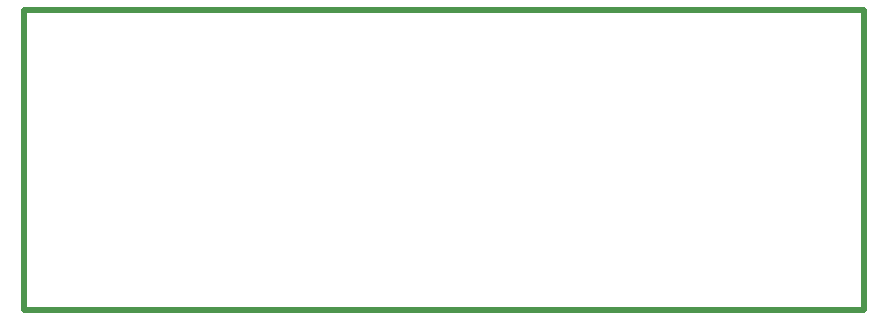
<source format=gm1>
G04*
G04 #@! TF.GenerationSoftware,Altium Limited,Altium Designer,24.7.2 (38)*
G04*
G04 Layer_Color=16711833*
%FSLAX25Y25*%
%MOIN*%
G70*
G04*
G04 #@! TF.SameCoordinates,5553529B-7FC1-40E9-B1A8-37912BF81215*
G04*
G04*
G04 #@! TF.FilePolarity,Positive*
G04*
G01*
G75*
%ADD64C,0.02000*%
D64*
X0Y0D02*
Y100000D01*
X280000D01*
Y0D02*
Y100000D01*
X0Y0D02*
X280000D01*
M02*

</source>
